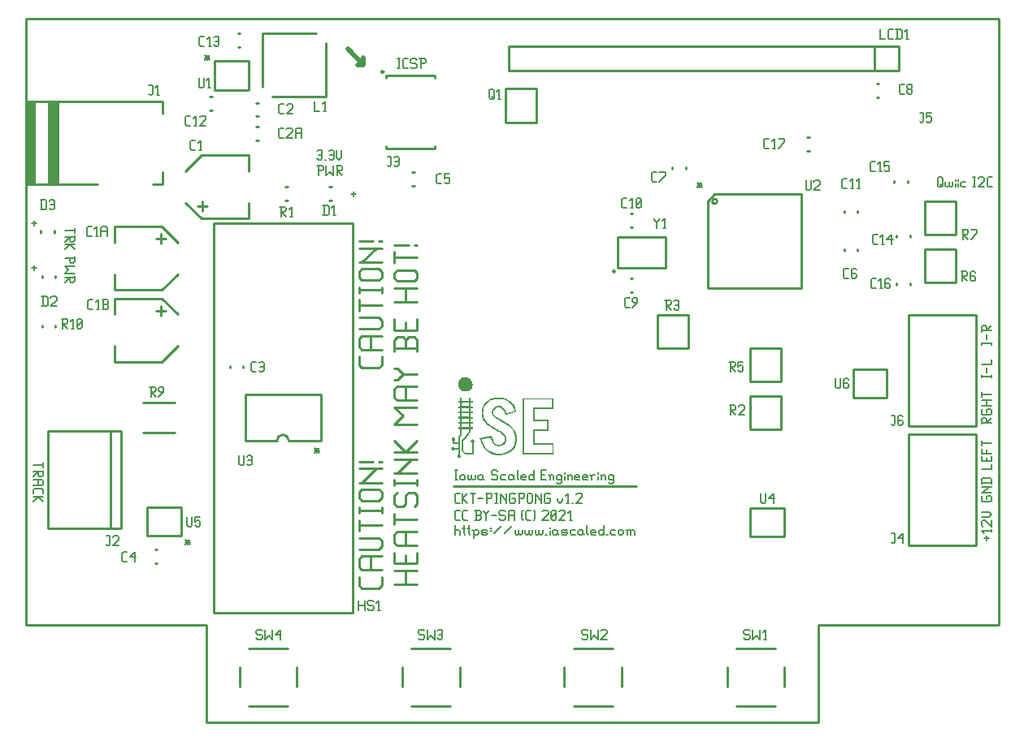
<source format=gbr>
G04 start of page 8 for group -4079 idx -4079 *
G04 Title: (unknown), topsilk *
G04 Creator: pcb 4.0.2 *
G04 CreationDate: Wed Jun 16 02:52:31 2021 UTC *
G04 For: railfan *
G04 Format: Gerber/RS-274X *
G04 PCB-Dimensions (mil): 4000.00 2900.00 *
G04 PCB-Coordinate-Origin: lower left *
%MOIN*%
%FSLAX25Y25*%
%LNTOPSILK*%
%ADD80C,0.0093*%
%ADD79C,0.0080*%
%ADD78C,0.0200*%
%ADD77C,0.0100*%
%ADD76C,0.0001*%
G54D76*G36*
X178043Y109209D02*X177647Y109480D01*
X177511Y109925D01*
X177565Y110240D01*
X177761Y110490D01*
X177891Y110604D01*
Y112486D01*
X177218D01*
X176741Y112481D01*
X176545Y112464D01*
X176453Y112340D01*
X176100Y112117D01*
X175672D01*
X175373Y112307D01*
X175189Y112600D01*
X175162Y112931D01*
X175270Y113224D01*
X175487Y113446D01*
X175802Y113566D01*
X176182Y113512D01*
X176491Y113273D01*
X176556Y113175D01*
X177224D01*
X177891Y113170D01*
Y114667D01*
X175558D01*
Y115400D01*
X175553Y116127D01*
X175455Y116197D01*
X175287Y116376D01*
X175178Y116593D01*
X175189Y117027D01*
X175373Y117315D01*
X175661Y117494D01*
X175997Y117526D01*
X176290Y117423D01*
X176513Y117201D01*
X176632Y116881D01*
X176578Y116506D01*
X176339Y116197D01*
X176242Y116127D01*
Y115351D01*
X177891D01*
Y117656D01*
X178357Y118248D01*
X178829Y118839D01*
Y120906D01*
X177918D01*
Y121693D01*
X182302D01*
Y123066D01*
X179486D01*
Y121693D01*
X178829D01*
Y123066D01*
X177918D01*
Y123825D01*
X178819D01*
Y125192D01*
X179502Y125219D01*
X179497Y124557D01*
X179491Y124086D01*
X179502Y123868D01*
X179567Y123858D01*
X179790Y123847D01*
X180224Y123841D01*
X180907Y123836D01*
X182302D01*
Y125219D01*
X179502D01*
X178819Y125192D01*
X177918D01*
Y125952D01*
X178829D01*
X179486Y125979D01*
X182302D01*
Y127352D01*
X179486D01*
Y125979D01*
X178829Y125952D01*
Y127324D01*
X177918D01*
Y128084D01*
X178819D01*
X178829Y129462D01*
X179486Y129505D01*
Y128827D01*
X179491Y128344D01*
X179508Y128127D01*
X179920Y128117D01*
X180907Y128111D01*
X182291D01*
X182296Y128800D01*
Y128816D01*
X182307Y129505D01*
X179486D01*
X178829Y129462D01*
X177918D01*
Y130222D01*
X178819D01*
Y131594D01*
X179502Y131648D01*
X179497Y130992D01*
X179491Y130515D01*
X179502Y130297D01*
X179567Y130287D01*
X179790Y130276D01*
X180224Y130270D01*
X180907Y130265D01*
X182307D01*
X182296Y130959D01*
X182291Y131648D01*
X179502D01*
X178819Y131594D01*
X177918D01*
Y132354D01*
X178829D01*
Y133596D01*
X179486D01*
Y132354D01*
X182302D01*
Y133596D01*
X182991D01*
Y132354D01*
X183902D01*
Y131594D01*
X182991D01*
Y130194D01*
X183902D01*
Y129435D01*
X182991D01*
Y128041D01*
X183902D01*
Y127281D01*
X182991D01*
Y125908D01*
X183902D01*
Y125149D01*
X182991D01*
Y123755D01*
X183902D01*
Y122995D01*
X182991D01*
Y121622D01*
X183902D01*
Y120836D01*
X182991D01*
X182985Y120250D01*
Y119658D01*
X181569Y117868D01*
X180148Y116083D01*
Y112074D01*
X181124Y111097D01*
X183544D01*
Y113219D01*
X183539Y114043D01*
Y114716D01*
X183533Y115172D01*
X183528Y115334D01*
X183403Y115427D01*
X183159Y115893D01*
X183294Y116409D01*
X183870Y116718D01*
X184472Y116447D01*
X184629Y115882D01*
X184331Y115372D01*
X184233Y115302D01*
Y110414D01*
X180842D01*
X179486Y111770D01*
Y116344D01*
X180896Y118123D01*
X182302Y119903D01*
Y120841D01*
X179486D01*
Y118503D01*
X178574Y117353D01*
Y110522D01*
X178640Y110490D01*
X178819Y110321D01*
X178949Y110088D01*
X178916Y109573D01*
X178569Y109193D01*
X178303Y109133D01*
X178043Y109144D01*
Y109209D01*
G37*
G36*
X193885Y110229D02*X192067Y110571D01*
X190483Y111293D01*
X189376Y112171D01*
X188432Y113278D01*
X187570Y114841D01*
X186924Y116696D01*
X186826Y117065D01*
X189246Y117581D01*
X190179Y117781D01*
X190955Y117944D01*
X191481Y118047D01*
X191682Y118080D01*
X191736Y117868D01*
X191785Y117618D01*
X191867Y117282D01*
X192230Y116257D01*
X192745Y115432D01*
X193391Y114824D01*
X194162Y114461D01*
X194400Y114418D01*
X194796Y114401D01*
X195187Y114418D01*
X195442Y114461D01*
X196462Y115047D01*
X197021Y116083D01*
X197075Y116712D01*
X197021Y117309D01*
X197623Y117483D01*
X197661Y116067D01*
X197303Y115117D01*
X196673Y114385D01*
X195816Y113924D01*
X194780Y113756D01*
X193451Y114059D01*
X192382Y114884D01*
X191590Y116127D01*
X191389Y116653D01*
X191243Y117157D01*
X191194Y117326D01*
X191145Y117342D01*
X190993Y117315D01*
X190635Y117239D01*
X190109Y117125D01*
X189479Y116989D01*
X188329Y116745D01*
X187792Y116626D01*
X187629Y116577D01*
Y116544D01*
X187678Y116360D01*
X187803Y115991D01*
X187949Y115584D01*
X188074Y115258D01*
X189072Y113479D01*
X190358Y112150D01*
X191932Y111282D01*
X193803Y110864D01*
X194199Y110853D01*
X194747D01*
X195295Y110869D01*
X195718Y110902D01*
X197048Y111157D01*
X198209Y111591D01*
X199109Y112123D01*
X199863Y112779D01*
X200466Y113560D01*
X200932Y114466D01*
X201160Y115161D01*
X201317Y115947D01*
X201366Y116902D01*
X201317Y117836D01*
X201090Y118823D01*
X200732Y119713D01*
X200211Y120532D01*
X199527Y121313D01*
X198827Y121959D01*
X198019Y122556D01*
X196945Y123217D01*
X195453Y124047D01*
X194308Y124682D01*
X193516Y125160D01*
X192963Y125561D01*
X192534Y125963D01*
X191986Y126749D01*
X191818Y127617D01*
X191964Y128659D01*
X192398Y129473D01*
X193103Y130037D01*
X194058Y130319D01*
X194639Y130336D01*
X195214Y130270D01*
X195984Y129977D01*
X196652Y129451D01*
X197227Y128686D01*
X197721Y127666D01*
X197807Y127466D01*
X197867Y127422D01*
X198030Y127471D01*
X198409Y127574D01*
X198919Y127726D01*
X199505Y127894D01*
X200081Y128062D01*
X200580Y128214D01*
X200938Y128317D01*
X201079Y128361D01*
X201052Y128485D01*
X200965Y128762D01*
X200840Y129104D01*
X200721Y129419D01*
X200043Y130634D01*
X199153Y131638D01*
X198079Y132413D01*
X196825Y132940D01*
X195068Y133243D01*
X193147Y133157D01*
X191400Y132696D01*
X190000Y131860D01*
X189300Y131133D01*
X188758Y130249D01*
X188389Y129223D01*
X188188Y128073D01*
X188161Y127297D01*
X188199Y126587D01*
X188438Y125605D01*
X188877Y124699D01*
X189517Y123858D01*
X190380Y123066D01*
X190922Y122659D01*
X191552Y122246D01*
X192355Y121769D01*
X193440Y121161D01*
X194167Y120760D01*
X194709Y120451D01*
X195133Y120196D01*
X195507Y119957D01*
X196939Y118747D01*
X197623Y117483D01*
X197021Y117309D01*
X196424Y118378D01*
X195165Y119425D01*
X194802Y119658D01*
X194395Y119903D01*
X193879Y120196D01*
X193185Y120575D01*
X191807Y121351D01*
X190792Y121980D01*
X190017Y122545D01*
X189360Y123125D01*
X188611Y123966D01*
X188074Y124850D01*
X187656Y126033D01*
X187526Y127346D01*
X187618Y128632D01*
X187911Y129831D01*
X188671Y131355D01*
X189832Y132538D01*
X191362Y133363D01*
X193234Y133802D01*
X194693Y133884D01*
X196077Y133759D01*
X197352Y133433D01*
X198491Y132907D01*
X199630Y132061D01*
X200569Y130976D01*
X201296Y129674D01*
X201789Y128171D01*
X201849Y127916D01*
X199647Y127276D01*
X198784Y127032D01*
X198079Y126831D01*
X197601Y126701D01*
X197422Y126657D01*
X197346Y126858D01*
X197118Y127460D01*
X196858Y128035D01*
X196098Y129104D01*
X195149Y129636D01*
X194514Y129701D01*
X193863Y129652D01*
X193006Y129180D01*
X192669Y128719D01*
X192485Y128122D01*
X192447Y127639D01*
X192485Y127227D01*
X192832Y126576D01*
X193559Y125908D01*
X193912Y125664D01*
X194351Y125388D01*
X194926Y125062D01*
X195697Y124639D01*
X196565Y124167D01*
X197248Y123782D01*
X197807Y123451D01*
X198285Y123142D01*
X199511Y122214D01*
X200477Y121226D01*
X201204Y120174D01*
X201692Y119034D01*
X201968Y117662D01*
X201974Y116230D01*
X201719Y114830D01*
X201209Y113566D01*
X200412Y112448D01*
X199370Y111537D01*
X198100Y110859D01*
X196635Y110414D01*
X195257Y110240D01*
X193885Y110235D01*
Y110229D01*
G37*
G36*
X204470Y122035D02*X205110Y122040D01*
X205104Y111141D01*
X216530D01*
Y114298D01*
X208756D01*
Y120819D01*
X214441D01*
Y123988D01*
X208756D01*
Y129771D01*
X216216D01*
Y132940D01*
X205121D01*
X205110Y122040D01*
X204470Y122035D01*
Y133564D01*
X216850D01*
Y129153D01*
X209390D01*
Y124633D01*
X215071D01*
Y120223D01*
X209407D01*
X209396Y117591D01*
X209390Y114960D01*
X217154D01*
Y110522D01*
X204470D01*
Y122035D01*
G37*
G36*
X180441Y136282D02*X179556Y136569D01*
X178791Y137128D01*
X178243Y137860D01*
X177956Y138723D01*
X177918Y139363D01*
X177999Y139982D01*
X178309Y140747D01*
X178829Y141398D01*
X179676Y141973D01*
X180647Y142216D01*
X181656Y142129D01*
X182600Y141702D01*
X183153Y141197D01*
X183577Y140579D01*
X183810Y139895D01*
X183880Y139168D01*
X183772Y138441D01*
X183506Y137768D01*
X183099Y137220D01*
X182584Y136775D01*
X181982Y136455D01*
X181331Y136282D01*
X180880Y136260D01*
X180441Y136282D01*
G37*
G54D77*X399500Y40500D02*Y289500D01*
X325500Y500D02*Y40500D01*
X399500D01*
X500Y289500D02*Y40500D01*
X399500Y289500D02*X500D01*
Y40500D02*X74500D01*
G54D78*X139000Y270500D02*Y273500D01*
Y270500D02*X136500D01*
G54D77*X74500Y40500D02*Y500D01*
X325500D01*
X176000Y97500D02*X251000D01*
G54D78*X132500Y277000D02*X139000Y270500D01*
G54D79*X153000Y273000D02*X154000D01*
X153500D02*Y269000D01*
X153000D02*X154000D01*
X155700D02*X157200D01*
X155200Y269500D02*X155700Y269000D01*
X155200Y272500D02*Y269500D01*
Y272500D02*X155700Y273000D01*
X157200D01*
X160400D02*X160900Y272500D01*
X158900Y273000D02*X160400D01*
X158400Y272500D02*X158900Y273000D01*
X158400Y272500D02*Y271500D01*
X158900Y271000D01*
X160400D01*
X160900Y270500D01*
Y269500D01*
X160400Y269000D02*X160900Y269500D01*
X158900Y269000D02*X160400D01*
X158400Y269500D02*X158900Y269000D01*
X162600Y273000D02*Y269000D01*
X162100Y273000D02*X164100D01*
X164600Y272500D01*
Y271500D01*
X164100Y271000D02*X164600Y271500D01*
X162600Y271000D02*X164100D01*
X120000Y235000D02*X120500Y235500D01*
X121500D01*
X122000Y235000D01*
Y232000D01*
X121500Y231500D02*X122000Y232000D01*
X120500Y231500D02*X121500D01*
X120000Y232000D02*X120500Y231500D01*
Y233500D02*X122000D01*
X123200Y231500D02*X123700D01*
X124900Y235000D02*X125400Y235500D01*
X126400D01*
X126900Y235000D01*
Y232000D01*
X126400Y231500D02*X126900Y232000D01*
X125400Y231500D02*X126400D01*
X124900Y232000D02*X125400Y231500D01*
Y233500D02*X126900D01*
X128100Y235500D02*Y232500D01*
X129100Y231500D01*
X130100Y232500D01*
Y235500D02*Y232500D01*
X120500Y229000D02*Y225000D01*
X120000Y229000D02*X122000D01*
X122500Y228500D01*
Y227500D01*
X122000Y227000D02*X122500Y227500D01*
X120500Y227000D02*X122000D01*
X123700Y229000D02*Y225000D01*
X125200Y226500D01*
X126700Y225000D01*
Y229000D02*Y225000D01*
X127900Y229000D02*X129900D01*
X130400Y228500D01*
Y227500D01*
X129900Y227000D02*X130400Y227500D01*
X128400Y227000D02*X129900D01*
X128400Y229000D02*Y225000D01*
Y227000D02*X130400Y225000D01*
X134000Y217500D02*X136000D01*
X135000Y218500D02*Y216500D01*
X74000Y274500D02*X76000Y272500D01*
X74000D02*X76000Y274500D01*
X74000Y273500D02*X76000D01*
X75000Y274500D02*Y272500D01*
X176500Y104000D02*X177500D01*
X177000D02*Y100000D01*
X176500D02*X177500D01*
X178700Y101500D02*Y100500D01*
Y101500D02*X179200Y102000D01*
X180200D01*
X180700Y101500D01*
Y100500D01*
X180200Y100000D02*X180700Y100500D01*
X179200Y100000D02*X180200D01*
X178700Y100500D02*X179200Y100000D01*
X181900Y102000D02*Y100500D01*
X182400Y100000D01*
X182900D01*
X183400Y100500D01*
Y102000D02*Y100500D01*
X183900Y100000D01*
X184400D01*
X184900Y100500D01*
Y102000D02*Y100500D01*
X187600Y102000D02*X188100Y101500D01*
X186600Y102000D02*X187600D01*
X186100Y101500D02*X186600Y102000D01*
X186100Y101500D02*Y100500D01*
X186600Y100000D01*
X188100Y102000D02*Y100500D01*
X188600Y100000D01*
X186600D02*X187600D01*
X188100Y100500D01*
X193600Y104000D02*X194100Y103500D01*
X192100Y104000D02*X193600D01*
X191600Y103500D02*X192100Y104000D01*
X191600Y103500D02*Y102500D01*
X192100Y102000D01*
X193600D01*
X194100Y101500D01*
Y100500D01*
X193600Y100000D02*X194100Y100500D01*
X192100Y100000D02*X193600D01*
X191600Y100500D02*X192100Y100000D01*
X195800Y102000D02*X197300D01*
X195300Y101500D02*X195800Y102000D01*
X195300Y101500D02*Y100500D01*
X195800Y100000D01*
X197300D01*
X200000Y102000D02*X200500Y101500D01*
X199000Y102000D02*X200000D01*
X198500Y101500D02*X199000Y102000D01*
X198500Y101500D02*Y100500D01*
X199000Y100000D01*
X200500Y102000D02*Y100500D01*
X201000Y100000D01*
X199000D02*X200000D01*
X200500Y100500D01*
X202200Y104000D02*Y100500D01*
X202700Y100000D01*
X204200D02*X205700D01*
X203700Y100500D02*X204200Y100000D01*
X203700Y101500D02*Y100500D01*
Y101500D02*X204200Y102000D01*
X205200D01*
X205700Y101500D01*
X203700Y101000D02*X205700D01*
Y101500D02*Y101000D01*
X208900Y104000D02*Y100000D01*
X208400D02*X208900Y100500D01*
X207400Y100000D02*X208400D01*
X206900Y100500D02*X207400Y100000D01*
X206900Y101500D02*Y100500D01*
Y101500D02*X207400Y102000D01*
X208400D01*
X208900Y101500D01*
X211900Y102000D02*X213400D01*
X211900Y100000D02*X213900D01*
X211900Y104000D02*Y100000D01*
Y104000D02*X213900D01*
X215600Y101500D02*Y100000D01*
Y101500D02*X216100Y102000D01*
X216600D01*
X217100Y101500D01*
Y100000D01*
X215100Y102000D02*X215600Y101500D01*
X219800Y102000D02*X220300Y101500D01*
X218800Y102000D02*X219800D01*
X218300Y101500D02*X218800Y102000D01*
X218300Y101500D02*Y100500D01*
X218800Y100000D01*
X219800D01*
X220300Y100500D01*
X218300Y99000D02*X218800Y98500D01*
X219800D01*
X220300Y99000D01*
Y102000D02*Y99000D01*
X221500Y103000D02*Y102500D01*
Y101500D02*Y100000D01*
X223000Y101500D02*Y100000D01*
Y101500D02*X223500Y102000D01*
X224000D01*
X224500Y101500D01*
Y100000D01*
X222500Y102000D02*X223000Y101500D01*
X226200Y100000D02*X227700D01*
X225700Y100500D02*X226200Y100000D01*
X225700Y101500D02*Y100500D01*
Y101500D02*X226200Y102000D01*
X227200D01*
X227700Y101500D01*
X225700Y101000D02*X227700D01*
Y101500D02*Y101000D01*
X229400Y100000D02*X230900D01*
X228900Y100500D02*X229400Y100000D01*
X228900Y101500D02*Y100500D01*
Y101500D02*X229400Y102000D01*
X230400D01*
X230900Y101500D01*
X228900Y101000D02*X230900D01*
Y101500D02*Y101000D01*
X232600Y101500D02*Y100000D01*
Y101500D02*X233100Y102000D01*
X234100D01*
X232100D02*X232600Y101500D01*
X235300Y103000D02*Y102500D01*
Y101500D02*Y100000D01*
X236800Y101500D02*Y100000D01*
Y101500D02*X237300Y102000D01*
X237800D01*
X238300Y101500D01*
Y100000D01*
X236300Y102000D02*X236800Y101500D01*
X241000Y102000D02*X241500Y101500D01*
X240000Y102000D02*X241000D01*
X239500Y101500D02*X240000Y102000D01*
X239500Y101500D02*Y100500D01*
X240000Y100000D01*
X241000D01*
X241500Y100500D01*
X239500Y99000D02*X240000Y98500D01*
X241000D01*
X241500Y99000D01*
Y102000D02*Y99000D01*
X177000Y83500D02*X178500D01*
X176500Y84000D02*X177000Y83500D01*
X176500Y87000D02*Y84000D01*
Y87000D02*X177000Y87500D01*
X178500D01*
X180200Y83500D02*X181700D01*
X179700Y84000D02*X180200Y83500D01*
X179700Y87000D02*Y84000D01*
Y87000D02*X180200Y87500D01*
X181700D01*
X184700Y83500D02*X186700D01*
X187200Y84000D01*
Y85000D02*Y84000D01*
X186700Y85500D02*X187200Y85000D01*
X185200Y85500D02*X186700D01*
X185200Y87500D02*Y83500D01*
X184700Y87500D02*X186700D01*
X187200Y87000D01*
Y86000D01*
X186700Y85500D02*X187200Y86000D01*
X188400Y87500D02*Y87000D01*
X189400Y86000D01*
X190400Y87000D01*
Y87500D02*Y87000D01*
X189400Y86000D02*Y83500D01*
X191600Y85500D02*X193600D01*
X196800Y87500D02*X197300Y87000D01*
X195300Y87500D02*X196800D01*
X194800Y87000D02*X195300Y87500D01*
X194800Y87000D02*Y86000D01*
X195300Y85500D01*
X196800D01*
X197300Y85000D01*
Y84000D01*
X196800Y83500D02*X197300Y84000D01*
X195300Y83500D02*X196800D01*
X194800Y84000D02*X195300Y83500D01*
X198500Y87000D02*Y83500D01*
Y87000D02*X199000Y87500D01*
X200500D01*
X201000Y87000D01*
Y83500D01*
X198500Y85500D02*X201000D01*
X204000Y84000D02*X204500Y83500D01*
X204000Y87000D02*X204500Y87500D01*
X204000Y87000D02*Y84000D01*
X206200Y83500D02*X207700D01*
X205700Y84000D02*X206200Y83500D01*
X205700Y87000D02*Y84000D01*
Y87000D02*X206200Y87500D01*
X207700D01*
X208900D02*X209400Y87000D01*
Y84000D01*
X208900Y83500D02*X209400Y84000D01*
X212400Y87000D02*X212900Y87500D01*
X214400D01*
X214900Y87000D01*
Y86000D01*
X212400Y83500D02*X214900Y86000D01*
X212400Y83500D02*X214900D01*
X216100Y84000D02*X216600Y83500D01*
X216100Y87000D02*Y84000D01*
Y87000D02*X216600Y87500D01*
X217600D01*
X218100Y87000D01*
Y84000D01*
X217600Y83500D02*X218100Y84000D01*
X216600Y83500D02*X217600D01*
X216100Y84500D02*X218100Y86500D01*
X219300Y87000D02*X219800Y87500D01*
X221300D01*
X221800Y87000D01*
Y86000D01*
X219300Y83500D02*X221800Y86000D01*
X219300Y83500D02*X221800D01*
X223500D02*X224500D01*
X224000Y87500D02*Y83500D01*
X223000Y86500D02*X224000Y87500D01*
G54D80*X146600Y60140D02*Y56660D01*
X145440Y55500D02*X146600Y56660D01*
X138480Y55500D02*X145440D01*
X138480D02*X137320Y56660D01*
Y60140D02*Y56660D01*
X138480Y62924D02*X146600D01*
X138480D02*X137320Y64084D01*
Y67564D02*Y64084D01*
Y67564D02*X138480Y68724D01*
X146600D01*
X141960D02*Y62924D01*
X137320Y71508D02*X145440D01*
X146600Y72668D01*
Y74988D02*Y72668D01*
Y74988D02*X145440Y76148D01*
X137320D02*X145440D01*
X137320Y83572D02*Y78932D01*
Y81252D02*X146600D01*
X137320Y88676D02*Y86356D01*
Y87516D02*X146600D01*
Y88676D02*Y86356D01*
X138480Y91460D02*X145440D01*
X138480D02*X137320Y92620D01*
Y94940D02*Y92620D01*
Y94940D02*X138480Y96100D01*
X145440D01*
X146600Y94940D02*X145440Y96100D01*
X146600Y94940D02*Y92620D01*
X145440Y91460D02*X146600Y92620D01*
X137320Y98884D02*X146600D01*
X137320D02*X138480D01*
X144280Y104684D01*
X137320D02*X146600D01*
X145440Y107468D02*X146600D01*
X137320D02*X143120D01*
G54D79*X177000Y90500D02*X178500D01*
X176500Y91000D02*X177000Y90500D01*
X176500Y94000D02*Y91000D01*
Y94000D02*X177000Y94500D01*
X178500D01*
X179700D02*Y90500D01*
Y92500D02*X181700Y94500D01*
X179700Y92500D02*X181700Y90500D01*
X182900Y94500D02*X184900D01*
X183900D02*Y90500D01*
X186100Y92500D02*X188100D01*
X189800Y94500D02*Y90500D01*
X189300Y94500D02*X191300D01*
X191800Y94000D01*
Y93000D01*
X191300Y92500D02*X191800Y93000D01*
X189800Y92500D02*X191300D01*
X193000Y94500D02*X194000D01*
X193500D02*Y90500D01*
X193000D02*X194000D01*
X195200Y94500D02*Y90500D01*
Y94500D02*Y94000D01*
X197700Y91500D01*
Y94500D02*Y90500D01*
X200900Y94500D02*X201400Y94000D01*
X199400Y94500D02*X200900D01*
X198900Y94000D02*X199400Y94500D01*
X198900Y94000D02*Y91000D01*
X199400Y90500D01*
X200900D01*
X201400Y91000D01*
Y92000D02*Y91000D01*
X200900Y92500D02*X201400Y92000D01*
X199900Y92500D02*X200900D01*
X203100Y94500D02*Y90500D01*
X202600Y94500D02*X204600D01*
X205100Y94000D01*
Y93000D01*
X204600Y92500D02*X205100Y93000D01*
X203100Y92500D02*X204600D01*
X206300Y94000D02*Y91000D01*
Y94000D02*X206800Y94500D01*
X207800D01*
X208300Y94000D01*
Y91000D01*
X207800Y90500D02*X208300Y91000D01*
X206800Y90500D02*X207800D01*
X206300Y91000D02*X206800Y90500D01*
X209500Y94500D02*Y90500D01*
Y94500D02*Y94000D01*
X212000Y91500D01*
Y94500D02*Y90500D01*
X215200Y94500D02*X215700Y94000D01*
X213700Y94500D02*X215200D01*
X213200Y94000D02*X213700Y94500D01*
X213200Y94000D02*Y91000D01*
X213700Y90500D01*
X215200D01*
X215700Y91000D01*
Y92000D02*Y91000D01*
X215200Y92500D02*X215700Y92000D01*
X214200Y92500D02*X215200D01*
X218700D02*Y91500D01*
X219700Y90500D01*
X220700Y91500D01*
Y92500D02*Y91500D01*
X222400Y90500D02*X223400D01*
X222900Y94500D02*Y90500D01*
X221900Y93500D02*X222900Y94500D01*
X224600Y90500D02*X225100D01*
X226300Y94000D02*X226800Y94500D01*
X228300D01*
X228800Y94000D01*
Y93000D01*
X226300Y90500D02*X228800Y93000D01*
X226300Y90500D02*X228800D01*
X7500Y107000D02*Y105000D01*
X3500Y106000D02*X7500D01*
Y103800D02*Y101800D01*
X7000Y101300D01*
X6000D02*X7000D01*
X5500Y101800D02*X6000Y101300D01*
X5500Y103300D02*Y101800D01*
X3500Y103300D02*X7500D01*
X5500D02*X3500Y101300D01*
Y100100D02*X7000D01*
X7500Y99600D01*
Y98100D01*
X7000Y97600D01*
X3500D02*X7000D01*
X5500Y100100D02*Y97600D01*
X3500Y95900D02*Y94400D01*
X4000Y96400D02*X3500Y95900D01*
X4000Y96400D02*X7000D01*
X7500Y95900D01*
Y94400D01*
X3500Y93200D02*X7500D01*
X5500D02*X7500Y91200D01*
X5500Y93200D02*X3500Y91200D01*
X119000Y113000D02*X121000Y111000D01*
X119000D02*X121000Y113000D01*
X119000Y112000D02*X121000D01*
X120000Y113000D02*Y111000D01*
G54D80*X146600Y150640D02*Y147160D01*
X145440Y146000D02*X146600Y147160D01*
X138480Y146000D02*X145440D01*
X138480D02*X137320Y147160D01*
Y150640D02*Y147160D01*
X138480Y153424D02*X146600D01*
X138480D02*X137320Y154584D01*
Y158064D02*Y154584D01*
Y158064D02*X138480Y159224D01*
X146600D01*
X141960D02*Y153424D01*
X137320Y162008D02*X145440D01*
X146600Y163168D01*
Y165488D02*Y163168D01*
Y165488D02*X145440Y166648D01*
X137320D02*X145440D01*
X137320Y174072D02*Y169432D01*
Y171752D02*X146600D01*
X137320Y179176D02*Y176856D01*
Y178016D02*X146600D01*
Y179176D02*Y176856D01*
X138480Y181960D02*X145440D01*
X138480D02*X137320Y183120D01*
Y185440D02*Y183120D01*
Y185440D02*X138480Y186600D01*
X145440D01*
X146600Y185440D02*X145440Y186600D01*
X146600Y185440D02*Y183120D01*
X145440Y181960D02*X146600Y183120D01*
X137320Y189384D02*X146600D01*
X137320D02*X138480D01*
X144280Y195184D01*
X137320D02*X146600D01*
X145440Y197968D02*X146600D01*
X137320D02*X143120D01*
G54D79*X3000Y187000D02*X5000D01*
X4000Y188000D02*Y186000D01*
X66000Y75500D02*X68000Y73500D01*
X66000D02*X68000Y75500D01*
X66000Y74500D02*X68000D01*
X67000Y75500D02*Y73500D01*
G54D80*X151820Y57000D02*X161100D01*
X151820Y62800D02*X161100D01*
X156460D02*Y57000D01*
Y69064D02*Y65584D01*
X161100Y70224D02*Y65584D01*
X151820D02*X161100D01*
X151820Y70224D02*Y65584D01*
X152980Y73008D02*X161100D01*
X152980D02*X151820Y74168D01*
Y77648D02*Y74168D01*
Y77648D02*X152980Y78808D01*
X161100D01*
X156460D02*Y73008D01*
X151820Y86232D02*Y81592D01*
Y83912D02*X161100D01*
X151820Y93656D02*X152980Y94816D01*
X151820Y93656D02*Y90176D01*
X152980Y89016D02*X151820Y90176D01*
X152980Y89016D02*X155300D01*
X156460Y90176D01*
Y93656D02*Y90176D01*
Y93656D02*X157620Y94816D01*
X159940D01*
X161100Y93656D02*X159940Y94816D01*
X161100Y93656D02*Y90176D01*
X159940Y89016D02*X161100Y90176D01*
X151820Y99920D02*Y97600D01*
Y98760D02*X161100D01*
Y99920D02*Y97600D01*
X151820Y102704D02*X161100D01*
X151820D02*X152980D01*
X158780Y108504D01*
X151820D02*X161100D01*
X151820Y111288D02*X161100D01*
X156460D02*X151820Y115928D01*
X156460Y111288D02*X161100Y115928D01*
X151820Y122888D02*X161100D01*
X151820D02*X155300Y126368D01*
X151820Y129848D01*
X161100D01*
X152980Y132632D02*X161100D01*
X152980D02*X151820Y133792D01*
Y137272D02*Y133792D01*
Y137272D02*X152980Y138432D01*
X161100D01*
X156460D02*Y132632D01*
X151820Y141216D02*X152980D01*
X155300Y143536D01*
X152980Y145856D01*
X151820D02*X152980D01*
X155300Y143536D02*X161100D01*
Y157456D02*Y152816D01*
Y157456D02*X159940Y158616D01*
X157620D02*X159940D01*
X156460Y157456D02*X157620Y158616D01*
X156460Y157456D02*Y153976D01*
X151820D02*X161100D01*
X151820Y157456D02*Y152816D01*
Y157456D02*X152980Y158616D01*
X155300D01*
X156460Y157456D02*X155300Y158616D01*
X156460Y164880D02*Y161400D01*
X161100Y166040D02*Y161400D01*
X151820D02*X161100D01*
X151820Y166040D02*Y161400D01*
Y173000D02*X161100D01*
X151820Y178800D02*X161100D01*
X156460D02*Y173000D01*
X152980Y181584D02*X159940D01*
X152980D02*X151820Y182744D01*
Y185064D02*Y182744D01*
Y185064D02*X152980Y186224D01*
X159940D01*
X161100Y185064D02*X159940Y186224D01*
X161100Y185064D02*Y182744D01*
X159940Y181584D02*X161100Y182744D01*
X151820Y193648D02*Y189008D01*
Y191328D02*X161100D01*
X159940Y196432D02*X161100D01*
X151820D02*X157620D01*
G54D79*X20500Y203500D02*Y201500D01*
X16500Y202500D02*X20500D01*
Y200300D02*Y198300D01*
X20000Y197800D01*
X19000D02*X20000D01*
X18500Y198300D02*X19000Y197800D01*
X18500Y199800D02*Y198300D01*
X16500Y199800D02*X20500D01*
X18500D02*X16500Y197800D01*
Y196600D02*X20500D01*
X18500D02*X20500Y194600D01*
X18500Y196600D02*X16500Y194600D01*
Y191100D02*X20500D01*
Y191600D02*Y189600D01*
X20000Y189100D01*
X19000D02*X20000D01*
X18500Y189600D02*X19000Y189100D01*
X18500Y191100D02*Y189600D01*
X16500Y187900D02*X20500D01*
X16500D02*X18000Y186400D01*
X16500Y184900D01*
X20500D01*
Y183700D02*Y181700D01*
X20000Y181200D01*
X19000D02*X20000D01*
X18500Y181700D02*X19000Y181200D01*
X18500Y183200D02*Y181700D01*
X16500Y183200D02*X20500D01*
X18500D02*X16500Y181200D01*
X3000Y205500D02*X5000D01*
X4000Y206500D02*Y204500D01*
X276000Y222000D02*X278000Y220000D01*
X276000D02*X278000Y222000D01*
X276000Y221000D02*X278000D01*
X277000Y222000D02*Y220000D01*
X176500Y81500D02*Y77500D01*
Y79000D02*X177000Y79500D01*
X178000D01*
X178500Y79000D01*
Y77500D01*
X180200Y81500D02*Y78000D01*
X180700Y77500D01*
X179700Y80000D02*X180700D01*
X182200Y81500D02*Y78000D01*
X182700Y77500D01*
X181700Y80000D02*X182700D01*
X184200Y79000D02*Y76000D01*
X183700Y79500D02*X184200Y79000D01*
X184700Y79500D01*
X185700D01*
X186200Y79000D01*
Y78000D01*
X185700Y77500D02*X186200Y78000D01*
X184700Y77500D02*X185700D01*
X184200Y78000D02*X184700Y77500D01*
X187900D02*X189400D01*
X189900Y78000D01*
X189400Y78500D02*X189900Y78000D01*
X187900Y78500D02*X189400D01*
X187400Y79000D02*X187900Y78500D01*
X187400Y79000D02*X187900Y79500D01*
X189400D01*
X189900Y79000D01*
X187400Y78000D02*X187900Y77500D01*
X191100Y80000D02*X191600D01*
X191100Y79000D02*X191600D01*
X192800Y78000D02*X195800Y81000D01*
X197000Y78000D02*X200000Y81000D01*
X201200Y79500D02*Y78000D01*
X201700Y77500D01*
X202200D01*
X202700Y78000D01*
Y79500D02*Y78000D01*
X203200Y77500D01*
X203700D01*
X204200Y78000D01*
Y79500D02*Y78000D01*
X205400Y79500D02*Y78000D01*
X205900Y77500D01*
X206400D01*
X206900Y78000D01*
Y79500D02*Y78000D01*
X207400Y77500D01*
X207900D01*
X208400Y78000D01*
Y79500D02*Y78000D01*
X209600Y79500D02*Y78000D01*
X210100Y77500D01*
X210600D01*
X211100Y78000D01*
Y79500D02*Y78000D01*
X211600Y77500D01*
X212100D01*
X212600Y78000D01*
Y79500D02*Y78000D01*
X213800Y77500D02*X214300D01*
X215500Y80500D02*Y80000D01*
Y79000D02*Y77500D01*
X218000Y79500D02*X218500Y79000D01*
X217000Y79500D02*X218000D01*
X216500Y79000D02*X217000Y79500D01*
X216500Y79000D02*Y78000D01*
X217000Y77500D01*
X218500Y79500D02*Y78000D01*
X219000Y77500D01*
X217000D02*X218000D01*
X218500Y78000D01*
X220700Y77500D02*X222200D01*
X222700Y78000D01*
X222200Y78500D02*X222700Y78000D01*
X220700Y78500D02*X222200D01*
X220200Y79000D02*X220700Y78500D01*
X220200Y79000D02*X220700Y79500D01*
X222200D01*
X222700Y79000D01*
X220200Y78000D02*X220700Y77500D01*
X224400Y79500D02*X225900D01*
X223900Y79000D02*X224400Y79500D01*
X223900Y79000D02*Y78000D01*
X224400Y77500D01*
X225900D01*
X228600Y79500D02*X229100Y79000D01*
X227600Y79500D02*X228600D01*
X227100Y79000D02*X227600Y79500D01*
X227100Y79000D02*Y78000D01*
X227600Y77500D01*
X229100Y79500D02*Y78000D01*
X229600Y77500D01*
X227600D02*X228600D01*
X229100Y78000D01*
X230800Y81500D02*Y78000D01*
X231300Y77500D01*
X232800D02*X234300D01*
X232300Y78000D02*X232800Y77500D01*
X232300Y79000D02*Y78000D01*
Y79000D02*X232800Y79500D01*
X233800D01*
X234300Y79000D01*
X232300Y78500D02*X234300D01*
Y79000D02*Y78500D01*
X237500Y81500D02*Y77500D01*
X237000D02*X237500Y78000D01*
X236000Y77500D02*X237000D01*
X235500Y78000D02*X236000Y77500D01*
X235500Y79000D02*Y78000D01*
Y79000D02*X236000Y79500D01*
X237000D01*
X237500Y79000D01*
X238700Y77500D02*X239200D01*
X240900Y79500D02*X242400D01*
X240400Y79000D02*X240900Y79500D01*
X240400Y79000D02*Y78000D01*
X240900Y77500D01*
X242400D01*
X243600Y79000D02*Y78000D01*
Y79000D02*X244100Y79500D01*
X245100D01*
X245600Y79000D01*
Y78000D01*
X245100Y77500D02*X245600Y78000D01*
X244100Y77500D02*X245100D01*
X243600Y78000D02*X244100Y77500D01*
X247300Y79000D02*Y77500D01*
Y79000D02*X247800Y79500D01*
X248300D01*
X248800Y79000D01*
Y77500D01*
Y79000D02*X249300Y79500D01*
X249800D01*
X250300Y79000D01*
Y77500D01*
X246800Y79500D02*X247300Y79000D01*
X374600Y223800D02*Y220800D01*
Y223800D02*X375100Y224300D01*
X376100D01*
X376600Y223800D01*
Y220800D01*
X376100Y220300D02*X376600Y220800D01*
X375100Y220300D02*X376100D01*
X374600Y220800D02*X375100Y220300D01*
X375600Y221300D02*X376600Y220300D01*
X377800Y222300D02*Y220800D01*
X378300Y220300D01*
X378800D01*
X379300Y220800D01*
Y222300D02*Y220800D01*
X379800Y220300D01*
X380300D01*
X380800Y220800D01*
Y222300D02*Y220800D01*
X382000Y223300D02*Y222800D01*
Y221800D02*Y220300D01*
X383000Y223300D02*Y222800D01*
Y221800D02*Y220300D01*
X384500Y222300D02*X386000D01*
X384000Y221800D02*X384500Y222300D01*
X384000Y221800D02*Y220800D01*
X384500Y220300D01*
X386000D01*
X389000Y224300D02*X390000D01*
X389500D02*Y220300D01*
X389000D02*X390000D01*
X391200Y223800D02*X391700Y224300D01*
X393200D01*
X393700Y223800D01*
Y222800D01*
X391200Y220300D02*X393700Y222800D01*
X391200Y220300D02*X393700D01*
X395400D02*X396900D01*
X394900Y220800D02*X395400Y220300D01*
X394900Y223800D02*Y220800D01*
Y223800D02*X395400Y224300D01*
X396900D01*
X394500Y77000D02*Y75000D01*
X393500Y76000D02*X395500D01*
X396500Y79700D02*Y78700D01*
X392500Y79200D02*X396500D01*
X393500Y78200D02*X392500Y79200D01*
X393000Y80900D02*X392500Y81400D01*
Y82900D02*Y81400D01*
Y82900D02*X393000Y83400D01*
X394000D01*
X396500Y80900D02*X394000Y83400D01*
X396500D02*Y80900D01*
X392500Y84600D02*X395500D01*
X396500Y85600D01*
X395500Y86600D01*
X392500D02*X395500D01*
X392500Y93000D02*X393000Y93500D01*
X392500Y93000D02*Y91500D01*
X393000Y91000D02*X392500Y91500D01*
X393000Y91000D02*X396000D01*
X396500Y91500D01*
Y93000D02*Y91500D01*
Y93000D02*X396000Y93500D01*
X395000D02*X396000D01*
X394500Y93000D02*X395000Y93500D01*
X394500Y93000D02*Y92000D01*
X392500Y94700D02*X396500D01*
X392500D02*X393000D01*
X395500Y97200D01*
X392500D02*X396500D01*
X392500Y98900D02*X396500D01*
X392500Y100400D02*X393000Y100900D01*
X396000D01*
X396500Y100400D02*X396000Y100900D01*
X396500Y100400D02*Y98400D01*
X392500Y100400D02*Y98400D01*
Y104500D02*X396500D01*
Y106500D02*Y104500D01*
X394500Y109200D02*Y107700D01*
X396500Y109700D02*Y107700D01*
X392500D02*X396500D01*
X392500Y109700D02*Y107700D01*
Y110900D02*X396500D01*
X392500Y112900D02*Y110900D01*
X394500Y112400D02*Y110900D01*
X392500Y116100D02*Y114100D01*
Y115100D02*X396500D01*
X392500Y125000D02*Y123000D01*
Y125000D02*X393000Y125500D01*
X394000D01*
X394500Y125000D02*X394000Y125500D01*
X394500Y125000D02*Y123500D01*
X392500D02*X396500D01*
X394500D02*X396500Y125500D01*
X392500Y128700D02*X393000Y129200D01*
X392500Y128700D02*Y127200D01*
X393000Y126700D02*X392500Y127200D01*
X393000Y126700D02*X396000D01*
X396500Y127200D01*
Y128700D02*Y127200D01*
Y128700D02*X396000Y129200D01*
X395000D02*X396000D01*
X394500Y128700D02*X395000Y129200D01*
X394500Y128700D02*Y127700D01*
X392500Y130400D02*X396500D01*
X392500Y132900D02*X396500D01*
X394500D02*Y130400D01*
X392500Y136100D02*Y134100D01*
Y135100D02*X396500D01*
X392500Y143000D02*Y142000D01*
Y142500D02*X396500D01*
Y143000D02*Y142000D01*
X394500Y146200D02*Y144200D01*
X392500Y147400D02*X396500D01*
Y149400D02*Y147400D01*
X392500Y156500D02*Y155500D01*
Y156000D02*X396500D01*
Y156500D02*Y155500D01*
X394500Y159700D02*Y157700D01*
X392500Y162900D02*Y160900D01*
Y162900D02*X393000Y163400D01*
X394000D01*
X394500Y162900D02*X394000Y163400D01*
X394500Y162900D02*Y161400D01*
X392500D02*X396500D01*
X394500D02*X396500Y163400D01*
G54D77*X349564Y262755D02*X350350D01*
X349564Y257245D02*X350350D01*
X321107Y240755D02*X321893D01*
X321107Y235245D02*X321893D01*
X336245Y194893D02*Y194107D01*
X341755Y194893D02*Y194107D01*
Y210393D02*Y209607D01*
X336245Y210393D02*Y209607D01*
X369401Y181010D02*X381999D01*
X369401Y194790D02*Y181010D01*
Y194790D02*X381999D01*
Y181010D01*
X369401Y200610D02*X381999D01*
X369401Y214390D02*Y200610D01*
Y214390D02*X381999D01*
Y200610D01*
X363255Y200493D02*Y199707D01*
X357745Y200493D02*Y199707D01*
X356745Y222893D02*Y222107D01*
X362255Y222893D02*Y222107D01*
X357745Y180893D02*Y180107D01*
X363255Y180893D02*Y180107D01*
X6745Y202350D02*Y201564D01*
X12255Y202350D02*Y201564D01*
X30000Y221500D02*X500D01*
Y255500D01*
X56500D01*
Y250500D01*
X52500Y221500D02*X56500D01*
Y226500D01*
X500Y221500D02*Y255500D01*
X1000Y221500D02*Y255500D01*
X1500Y221500D02*Y255500D01*
X2000Y221500D02*Y255500D01*
X2500Y221500D02*Y255500D01*
X3000Y221500D02*Y255500D01*
X3500Y221500D02*Y255500D01*
X4000Y221500D02*Y255500D01*
X13500Y221500D02*Y255500D01*
X13000Y221500D02*Y255500D01*
X12500Y221500D02*Y255500D01*
X12000Y221500D02*Y255500D01*
X11500Y221500D02*Y255500D01*
X11000Y221500D02*Y255500D01*
X10500Y221500D02*Y255500D01*
X10000Y221500D02*Y255500D01*
X91992Y213804D02*Y207308D01*
Y233292D02*Y226796D01*
X72504Y233292D02*X91992D01*
X72504Y207308D02*X91992D01*
X72504Y233292D02*X66008Y226796D01*
X72504Y207308D02*X66008Y213804D01*
X73000Y214300D02*Y210300D01*
X71000Y212300D02*X75000D01*
X95107Y249345D02*X95893D01*
X95107Y254855D02*X95893D01*
X76107Y257255D02*X76893D01*
X76107Y251745D02*X76893D01*
X78100Y272000D02*X92000D01*
X78100D02*Y260200D01*
X92000D01*
Y272000D02*Y260200D01*
X95107Y239445D02*X95893D01*
X95107Y244955D02*X95893D01*
X159064Y226255D02*X159850D01*
X159064Y220745D02*X159850D01*
X148360Y266100D02*X168360D01*
X148360Y236100D02*X168360D01*
Y266100D02*Y265100D01*
Y237100D02*Y236100D01*
X148360Y237100D02*Y236100D01*
Y266100D02*Y265100D01*
X146360Y267600D02*G75*G03X146360Y267600I500J0D01*G01*
X97550Y283450D02*Y261450D01*
Y283450D02*X119550D01*
X123550Y279450D02*Y257450D01*
X101550D02*X123550D01*
X87607Y283255D02*X88393D01*
X87607Y277745D02*X88393D01*
X121500Y135000D02*Y116000D01*
X90500Y135000D02*X121500D01*
X90500D02*Y116000D01*
X108500D02*X121500D01*
X90500D02*X103500D01*
X108500D02*G75*G03X103500Y116000I-2500J0D01*G01*
X107064Y220255D02*X107850D01*
X107064Y214745D02*X107850D01*
X89755Y146893D02*Y146107D01*
X84245Y146893D02*Y146107D01*
X125107Y220255D02*X125893D01*
X125107Y214745D02*X125893D01*
X7245Y163393D02*Y162607D01*
X12755Y163393D02*Y162607D01*
X7245Y183893D02*Y183107D01*
X12755Y183893D02*Y183107D01*
X48500Y119400D02*X61500D01*
X48500Y131600D02*X61500D01*
X225426Y7189D02*X241174D01*
X221489Y22937D02*Y15063D01*
X225426Y30811D02*X241174D01*
X245111Y22937D02*Y15063D01*
X92126Y7189D02*X107874D01*
X88189Y22937D02*Y15063D01*
X92126Y30811D02*X107874D01*
X111811Y22937D02*Y15063D01*
X158826Y7189D02*X174574D01*
X154889Y22937D02*Y15063D01*
X158826Y30811D02*X174574D01*
X178511Y22937D02*Y15063D01*
X53607Y65745D02*X54393D01*
X53607Y71255D02*X54393D01*
X9700Y120000D02*Y80000D01*
X39700Y120000D02*Y80000D01*
X35300Y120000D02*Y80000D01*
X9700Y120000D02*X39700D01*
X9700Y80000D02*X39700D01*
X37008Y174492D02*Y167996D01*
Y155004D02*Y148508D01*
X56496D01*
X37008Y174492D02*X56496D01*
Y148508D02*X62992Y155004D01*
X56496Y174492D02*X62992Y167996D01*
X56000Y171500D02*Y167500D01*
X54000Y169500D02*X58000D01*
X37008Y203992D02*Y197496D01*
Y184504D02*Y178008D01*
X56496D01*
X37008Y203992D02*X56496D01*
Y178008D02*X62992Y184504D01*
X56496Y203992D02*X62992Y197496D01*
X56000Y201000D02*Y197000D01*
X54000Y199000D02*X58000D01*
X50400Y88800D02*X64300D01*
X50400D02*Y77000D01*
X64300D01*
Y88800D02*Y77000D01*
X77500Y205500D02*Y45500D01*
X134500Y205500D02*Y45500D01*
X77500D02*X134500D01*
X77500Y205500D02*X134500D01*
X292126Y7189D02*X307874D01*
X288189Y22937D02*Y15063D01*
X292126Y30811D02*X307874D01*
X311811Y22937D02*Y15063D01*
X297701Y134390D02*X310299D01*
Y120610D01*
X297701D02*X310299D01*
X297701Y134390D02*Y120610D01*
X297600Y76600D02*X311500D01*
Y88400D02*Y76600D01*
X297600Y88400D02*X311500D01*
X297600D02*Y76600D01*
X390173Y118834D02*Y73165D01*
X362614Y118834D02*X390173D01*
X362614D02*Y73165D01*
X390173D01*
Y167834D02*Y122165D01*
X362614Y167834D02*X390173D01*
X362614D02*Y122165D01*
X390173D01*
X297701Y154190D02*X310299D01*
Y140410D01*
X297701D02*X310299D01*
X297701Y154190D02*Y140410D01*
X339900Y133600D02*X353800D01*
Y145400D02*Y133600D01*
X339900Y145400D02*X353800D01*
X339900D02*Y133600D01*
X198500Y278000D02*X358500D01*
X198500D02*Y268000D01*
X358500D01*
Y278000D02*Y268000D01*
X348500Y278000D02*Y268000D01*
X358500D01*
X248607Y203745D02*X249393D01*
X248607Y209255D02*X249393D01*
X197200Y260800D02*Y246900D01*
X210000D01*
Y260800D01*
X197200D01*
X248521Y182755D02*X249307D01*
X248521Y177245D02*X249307D01*
X243374Y199771D02*Y187173D01*
Y199771D02*X263060D01*
Y187173D01*
X243374D02*X263060D01*
X241874Y185173D02*G75*G03X241874Y185173I0J500D01*G01*
X259701Y167890D02*X272299D01*
Y154110D01*
X259701D01*
Y167890D01*
X283115Y217285D02*X318785D01*
Y178715D01*
X280215D02*X318785D01*
X280215Y214385D02*Y178715D01*
Y214385D02*X283115Y217285D01*
X282115Y214385D02*G75*G03X282115Y214385I1000J0D01*G01*
X265745Y228393D02*Y227607D01*
X271255Y228393D02*Y227607D01*
G54D79*X367200Y250900D02*X368700D01*
Y247400D01*
X368200Y246900D02*X368700Y247400D01*
X367700Y246900D02*X368200D01*
X367200Y247400D02*X367700Y246900D01*
X369900Y250900D02*X371900D01*
X369900D02*Y248900D01*
X370400Y249400D01*
X371400D01*
X371900Y248900D01*
Y247400D01*
X371400Y246900D02*X371900Y247400D01*
X370400Y246900D02*X371400D01*
X369900Y247400D02*X370400Y246900D01*
X359406Y258418D02*X360906D01*
X358906Y258918D02*X359406Y258418D01*
X358906Y261918D02*Y258918D01*
Y261918D02*X359406Y262418D01*
X360906D01*
X362106Y258918D02*X362606Y258418D01*
X362106Y259918D02*Y258918D01*
Y259918D02*X362606Y260418D01*
X363606D01*
X364106Y259918D01*
Y258918D01*
X363606Y258418D02*X364106Y258918D01*
X362606Y258418D02*X363606D01*
X362106Y260918D02*X362606Y260418D01*
X362106Y261918D02*Y260918D01*
Y261918D02*X362606Y262418D01*
X363606D01*
X364106Y261918D01*
Y260918D01*
X363606Y260418D02*X364106Y260918D01*
X351000Y285000D02*Y281000D01*
X353000D01*
X354700D02*X356200D01*
X354200Y281500D02*X354700Y281000D01*
X354200Y284500D02*Y281500D01*
Y284500D02*X354700Y285000D01*
X356200D01*
X357900D02*Y281000D01*
X359400Y285000D02*X359900Y284500D01*
Y281500D01*
X359400Y281000D02*X359900Y281500D01*
X357400Y281000D02*X359400D01*
X357400Y285000D02*X359400D01*
X361600Y281000D02*X362600D01*
X362100Y285000D02*Y281000D01*
X361100Y284000D02*X362100Y285000D01*
X40500Y66400D02*X42000D01*
X40000Y66900D02*X40500Y66400D01*
X40000Y69900D02*Y66900D01*
Y69900D02*X40500Y70400D01*
X42000D01*
X43200Y68400D02*X45200Y70400D01*
X43200Y68400D02*X45700D01*
X45200Y70400D02*Y66400D01*
X33500Y77000D02*X35000D01*
Y73500D01*
X34500Y73000D02*X35000Y73500D01*
X34000Y73000D02*X34500D01*
X33500Y73500D02*X34000Y73000D01*
X36200Y76500D02*X36700Y77000D01*
X38200D01*
X38700Y76500D01*
Y75500D01*
X36200Y73000D02*X38700Y75500D01*
X36200Y73000D02*X38700D01*
X66800Y84900D02*Y81400D01*
X67300Y80900D01*
X68300D01*
X68800Y81400D01*
Y84900D02*Y81400D01*
X70000Y84900D02*X72000D01*
X70000D02*Y82900D01*
X70500Y83400D01*
X71500D01*
X72000Y82900D01*
Y81400D01*
X71500Y80900D02*X72000Y81400D01*
X70500Y80900D02*X71500D01*
X70000Y81400D02*X70500Y80900D01*
X68500Y235500D02*X70000D01*
X68000Y236000D02*X68500Y235500D01*
X68000Y239000D02*Y236000D01*
Y239000D02*X68500Y239500D01*
X70000D01*
X71700Y235500D02*X72700D01*
X72200Y239500D02*Y235500D01*
X71200Y238500D02*X72200Y239500D01*
X66550Y245507D02*X68050D01*
X66050Y246007D02*X66550Y245507D01*
X66050Y249007D02*Y246007D01*
Y249007D02*X66550Y249507D01*
X68050D01*
X69750Y245507D02*X70750D01*
X70250Y249507D02*Y245507D01*
X69250Y248507D02*X70250Y249507D01*
X71950Y249007D02*X72450Y249507D01*
X73950D01*
X74450Y249007D01*
Y248007D01*
X71950Y245507D02*X74450Y248007D01*
X71950Y245507D02*X74450D01*
X51000Y262000D02*X52500D01*
Y258500D01*
X52000Y258000D02*X52500Y258500D01*
X51500Y258000D02*X52000D01*
X51000Y258500D02*X51500Y258000D01*
X54200D02*X55200D01*
X54700Y262000D02*Y258000D01*
X53700Y261000D02*X54700Y262000D01*
X71500Y265000D02*Y261500D01*
X72000Y261000D01*
X73000D01*
X73500Y261500D01*
Y265000D02*Y261500D01*
X75200Y261000D02*X76200D01*
X75700Y265000D02*Y261000D01*
X74700Y264000D02*X75700Y265000D01*
X72307Y278150D02*X73807D01*
X71807Y278650D02*X72307Y278150D01*
X71807Y281650D02*Y278650D01*
Y281650D02*X72307Y282150D01*
X73807D01*
X75507Y278150D02*X76507D01*
X76007Y282150D02*Y278150D01*
X75007Y281150D02*X76007Y282150D01*
X77707Y281650D02*X78207Y282150D01*
X79207D01*
X79707Y281650D01*
Y278650D01*
X79207Y278150D02*X79707Y278650D01*
X78207Y278150D02*X79207D01*
X77707Y278650D02*X78207Y278150D01*
Y280150D02*X79707D01*
X88000Y110000D02*Y106500D01*
X88500Y106000D01*
X89500D01*
X90000Y106500D01*
Y110000D02*Y106500D01*
X91200Y109500D02*X91700Y110000D01*
X92700D01*
X93200Y109500D01*
Y106500D01*
X92700Y106000D02*X93200Y106500D01*
X91700Y106000D02*X92700D01*
X91200Y106500D02*X91700Y106000D01*
Y108000D02*X93200D01*
X93500Y144500D02*X95000D01*
X93000Y145000D02*X93500Y144500D01*
X93000Y148000D02*Y145000D01*
Y148000D02*X93500Y148500D01*
X95000D01*
X96200Y148000D02*X96700Y148500D01*
X97700D01*
X98200Y148000D01*
Y145000D01*
X97700Y144500D02*X98200Y145000D01*
X96700Y144500D02*X97700D01*
X96200Y145000D02*X96700Y144500D01*
Y146500D02*X98200D01*
X7000Y214957D02*Y210957D01*
X8500Y214957D02*X9000Y214457D01*
Y211457D01*
X8500Y210957D02*X9000Y211457D01*
X6500Y210957D02*X8500D01*
X6500Y214957D02*X8500D01*
X10200Y214457D02*X10700Y214957D01*
X11700D01*
X12200Y214457D01*
Y211457D01*
X11700Y210957D02*X12200Y211457D01*
X10700Y210957D02*X11700D01*
X10200Y211457D02*X10700Y210957D01*
Y212957D02*X12200D01*
X26500Y170000D02*X28000D01*
X26000Y170500D02*X26500Y170000D01*
X26000Y173500D02*Y170500D01*
Y173500D02*X26500Y174000D01*
X28000D01*
X29700Y170000D02*X30700D01*
X30200Y174000D02*Y170000D01*
X29200Y173000D02*X30200Y174000D01*
X31900Y170000D02*X33900D01*
X34400Y170500D01*
Y171500D02*Y170500D01*
X33900Y172000D02*X34400Y171500D01*
X32400Y172000D02*X33900D01*
X32400Y174000D02*Y170000D01*
X31900Y174000D02*X33900D01*
X34400Y173500D01*
Y172500D01*
X33900Y172000D02*X34400Y172500D01*
X26000Y200000D02*X27500D01*
X25500Y200500D02*X26000Y200000D01*
X25500Y203500D02*Y200500D01*
Y203500D02*X26000Y204000D01*
X27500D01*
X29200Y200000D02*X30200D01*
X29700Y204000D02*Y200000D01*
X28700Y203000D02*X29700Y204000D01*
X31400Y203500D02*Y200000D01*
Y203500D02*X31900Y204000D01*
X33400D01*
X33900Y203500D01*
Y200000D01*
X31400Y202000D02*X33900D01*
X15264Y166193D02*X17264D01*
X17764Y165693D01*
Y164693D01*
X17264Y164193D02*X17764Y164693D01*
X15764Y164193D02*X17264D01*
X15764Y166193D02*Y162193D01*
Y164193D02*X17764Y162193D01*
X19464D02*X20464D01*
X19964Y166193D02*Y162193D01*
X18964Y165193D02*X19964Y166193D01*
X21664Y162693D02*X22164Y162193D01*
X21664Y165693D02*Y162693D01*
Y165693D02*X22164Y166193D01*
X23164D01*
X23664Y165693D01*
Y162693D01*
X23164Y162193D02*X23664Y162693D01*
X22164Y162193D02*X23164D01*
X21664Y163193D02*X23664Y165193D01*
X7500Y175400D02*Y171400D01*
X9000Y175400D02*X9500Y174900D01*
Y171900D01*
X9000Y171400D02*X9500Y171900D01*
X7000Y171400D02*X9000D01*
X7000Y175400D02*X9000D01*
X10700Y174900D02*X11200Y175400D01*
X12700D01*
X13200Y174900D01*
Y173900D01*
X10700Y171400D02*X13200Y173900D01*
X10700Y171400D02*X13200D01*
X51350Y138150D02*X53350D01*
X53850Y137650D01*
Y136650D01*
X53350Y136150D02*X53850Y136650D01*
X51850Y136150D02*X53350D01*
X51850Y138150D02*Y134150D01*
Y136150D02*X53850Y134150D01*
X55050D02*X57050Y136150D01*
Y137650D02*Y136150D01*
X56550Y138150D02*X57050Y137650D01*
X55550Y138150D02*X56550D01*
X55050Y137650D02*X55550Y138150D01*
X55050Y137650D02*Y136650D01*
X55550Y136150D01*
X57050D01*
X230500Y38500D02*X231000Y38000D01*
X229000Y38500D02*X230500D01*
X228500Y38000D02*X229000Y38500D01*
X228500Y38000D02*Y37000D01*
X229000Y36500D01*
X230500D01*
X231000Y36000D01*
Y35000D01*
X230500Y34500D02*X231000Y35000D01*
X229000Y34500D02*X230500D01*
X228500Y35000D02*X229000Y34500D01*
X232200Y38500D02*Y34500D01*
X233700Y36000D01*
X235200Y34500D01*
Y38500D02*Y34500D01*
X236400Y38000D02*X236900Y38500D01*
X238400D01*
X238900Y38000D01*
Y37000D01*
X236400Y34500D02*X238900Y37000D01*
X236400Y34500D02*X238900D01*
X297000Y38500D02*X297500Y38000D01*
X295500Y38500D02*X297000D01*
X295000Y38000D02*X295500Y38500D01*
X295000Y38000D02*Y37000D01*
X295500Y36500D01*
X297000D01*
X297500Y36000D01*
Y35000D01*
X297000Y34500D02*X297500Y35000D01*
X295500Y34500D02*X297000D01*
X295000Y35000D02*X295500Y34500D01*
X298700Y38500D02*Y34500D01*
X300200Y36000D01*
X301700Y34500D01*
Y38500D02*Y34500D01*
X303400D02*X304400D01*
X303900Y38500D02*Y34500D01*
X302900Y37500D02*X303900Y38500D01*
X289200Y130600D02*X291200D01*
X291700Y130100D01*
Y129100D01*
X291200Y128600D02*X291700Y129100D01*
X289700Y128600D02*X291200D01*
X289700Y130600D02*Y126600D01*
Y128600D02*X291700Y126600D01*
X292900Y130100D02*X293400Y130600D01*
X294900D01*
X295400Y130100D01*
Y129100D01*
X292900Y126600D02*X295400Y129100D01*
X292900Y126600D02*X295400D01*
X302000Y94500D02*Y91000D01*
X302500Y90500D01*
X303500D01*
X304000Y91000D01*
Y94500D02*Y91000D01*
X305200Y92500D02*X307200Y94500D01*
X305200Y92500D02*X307700D01*
X307200Y94500D02*Y90500D01*
X355500Y78000D02*X357000D01*
Y74500D01*
X356500Y74000D02*X357000Y74500D01*
X356000Y74000D02*X356500D01*
X355500Y74500D02*X356000Y74000D01*
X358200Y76000D02*X360200Y78000D01*
X358200Y76000D02*X360700D01*
X360200Y78000D02*Y74000D01*
X355500Y126500D02*X357000D01*
Y123000D01*
X356500Y122500D02*X357000Y123000D01*
X356000Y122500D02*X356500D01*
X355500Y123000D02*X356000Y122500D01*
X359700Y126500D02*X360200Y126000D01*
X358700Y126500D02*X359700D01*
X358200Y126000D02*X358700Y126500D01*
X358200Y126000D02*Y123000D01*
X358700Y122500D01*
X359700Y124500D02*X360200Y124000D01*
X358200Y124500D02*X359700D01*
X358700Y122500D02*X359700D01*
X360200Y123000D01*
Y124000D02*Y123000D01*
X289000Y148500D02*X291000D01*
X291500Y148000D01*
Y147000D01*
X291000Y146500D02*X291500Y147000D01*
X289500Y146500D02*X291000D01*
X289500Y148500D02*Y144500D01*
Y146500D02*X291500Y144500D01*
X292700Y148500D02*X294700D01*
X292700D02*Y146500D01*
X293200Y147000D01*
X294200D01*
X294700Y146500D01*
Y145000D01*
X294200Y144500D02*X294700Y145000D01*
X293200Y144500D02*X294200D01*
X292700Y145000D02*X293200Y144500D01*
X332800Y141600D02*Y138100D01*
X333300Y137600D01*
X334300D01*
X334800Y138100D01*
Y141600D02*Y138100D01*
X337500Y141600D02*X338000Y141100D01*
X336500Y141600D02*X337500D01*
X336000Y141100D02*X336500Y141600D01*
X336000Y141100D02*Y138100D01*
X336500Y137600D01*
X337500Y139600D02*X338000Y139100D01*
X336000Y139600D02*X337500D01*
X336500Y137600D02*X337500D01*
X338000Y138100D01*
Y139100D02*Y138100D01*
X245500Y211700D02*X247000D01*
X245000Y212200D02*X245500Y211700D01*
X245000Y215200D02*Y212200D01*
Y215200D02*X245500Y215700D01*
X247000D01*
X248700Y211700D02*X249700D01*
X249200Y215700D02*Y211700D01*
X248200Y214700D02*X249200Y215700D01*
X250900Y212200D02*X251400Y211700D01*
X250900Y215200D02*Y212200D01*
Y215200D02*X251400Y215700D01*
X252400D01*
X252900Y215200D01*
Y212200D01*
X252400Y211700D02*X252900Y212200D01*
X251400Y211700D02*X252400D01*
X250900Y212700D02*X252900Y214700D01*
X258429Y207283D02*Y206783D01*
X259429Y205783D01*
X260429Y206783D01*
Y207283D02*Y206783D01*
X259429Y205783D02*Y203283D01*
X262129D02*X263129D01*
X262629Y207283D02*Y203283D01*
X261629Y206283D02*X262629Y207283D01*
X257714Y222500D02*X259214D01*
X257214Y223000D02*X257714Y222500D01*
X257214Y226000D02*Y223000D01*
Y226000D02*X257714Y226500D01*
X259214D01*
X260414Y222500D02*X262914Y225000D01*
Y226500D02*Y225000D01*
X260414Y226500D02*X262914D01*
X246786Y170800D02*X248286D01*
X246286Y171300D02*X246786Y170800D01*
X246286Y174300D02*Y171300D01*
Y174300D02*X246786Y174800D01*
X248286D01*
X249486Y170800D02*X251486Y172800D01*
Y174300D02*Y172800D01*
X250986Y174800D02*X251486Y174300D01*
X249986Y174800D02*X250986D01*
X249486Y174300D02*X249986Y174800D01*
X249486Y174300D02*Y173300D01*
X249986Y172800D01*
X251486D01*
X262700Y173800D02*X264700D01*
X265200Y173300D01*
Y172300D01*
X264700Y171800D02*X265200Y172300D01*
X263200Y171800D02*X264700D01*
X263200Y173800D02*Y169800D01*
Y171800D02*X265200Y169800D01*
X266400Y173300D02*X266900Y173800D01*
X267900D01*
X268400Y173300D01*
Y170300D01*
X267900Y169800D02*X268400Y170300D01*
X266900Y169800D02*X267900D01*
X266400Y170300D02*X266900Y169800D01*
Y171800D02*X268400D01*
X303807Y236150D02*X305307D01*
X303307Y236650D02*X303807Y236150D01*
X303307Y239650D02*Y236650D01*
Y239650D02*X303807Y240150D01*
X305307D01*
X307007Y236150D02*X308007D01*
X307507Y240150D02*Y236150D01*
X306507Y239150D02*X307507Y240150D01*
X309207Y236150D02*X311707Y238650D01*
Y240150D02*Y238650D01*
X309207Y240150D02*X311707D01*
X384300Y185600D02*X386300D01*
X386800Y185100D01*
Y184100D01*
X386300Y183600D02*X386800Y184100D01*
X384800Y183600D02*X386300D01*
X384800Y185600D02*Y181600D01*
Y183600D02*X386800Y181600D01*
X389500Y185600D02*X390000Y185100D01*
X388500Y185600D02*X389500D01*
X388000Y185100D02*X388500Y185600D01*
X388000Y185100D02*Y182100D01*
X388500Y181600D01*
X389500Y183600D02*X390000Y183100D01*
X388000Y183600D02*X389500D01*
X388500Y181600D02*X389500D01*
X390000Y182100D01*
Y183100D02*Y182100D01*
X320500Y223000D02*Y219500D01*
X321000Y219000D01*
X322000D01*
X322500Y219500D01*
Y223000D02*Y219500D01*
X323700Y222500D02*X324200Y223000D01*
X325700D01*
X326200Y222500D01*
Y221500D01*
X323700Y219000D02*X326200Y221500D01*
X323700Y219000D02*X326200D01*
X336486Y182800D02*X337986D01*
X335986Y183300D02*X336486Y182800D01*
X335986Y186300D02*Y183300D01*
Y186300D02*X336486Y186800D01*
X337986D01*
X340686D02*X341186Y186300D01*
X339686Y186800D02*X340686D01*
X339186Y186300D02*X339686Y186800D01*
X339186Y186300D02*Y183300D01*
X339686Y182800D01*
X340686Y184800D02*X341186Y184300D01*
X339186Y184800D02*X340686D01*
X339686Y182800D02*X340686D01*
X341186Y183300D01*
Y184300D02*Y183300D01*
X335850Y219650D02*X337350D01*
X335350Y220150D02*X335850Y219650D01*
X335350Y223150D02*Y220150D01*
Y223150D02*X335850Y223650D01*
X337350D01*
X339050Y219650D02*X340050D01*
X339550Y223650D02*Y219650D01*
X338550Y222650D02*X339550Y223650D01*
X341750Y219650D02*X342750D01*
X342250Y223650D02*Y219650D01*
X341250Y222650D02*X342250Y223650D01*
X384500Y202800D02*X386500D01*
X387000Y202300D01*
Y201300D01*
X386500Y200800D02*X387000Y201300D01*
X385000Y200800D02*X386500D01*
X385000Y202800D02*Y198800D01*
Y200800D02*X387000Y198800D01*
X388200D02*X390700Y201300D01*
Y202800D02*Y201300D01*
X388200Y202800D02*X390700D01*
X348393Y196750D02*X349893D01*
X347893Y197250D02*X348393Y196750D01*
X347893Y200250D02*Y197250D01*
Y200250D02*X348393Y200750D01*
X349893D01*
X351593Y196750D02*X352593D01*
X352093Y200750D02*Y196750D01*
X351093Y199750D02*X352093Y200750D01*
X353793Y198750D02*X355793Y200750D01*
X353793Y198750D02*X356293D01*
X355793Y200750D02*Y196750D01*
X347721Y178650D02*X349221D01*
X347221Y179150D02*X347721Y178650D01*
X347221Y182150D02*Y179150D01*
Y182150D02*X347721Y182650D01*
X349221D01*
X350921Y178650D02*X351921D01*
X351421Y182650D02*Y178650D01*
X350421Y181650D02*X351421Y182650D01*
X354621D02*X355121Y182150D01*
X353621Y182650D02*X354621D01*
X353121Y182150D02*X353621Y182650D01*
X353121Y182150D02*Y179150D01*
X353621Y178650D01*
X354621Y180650D02*X355121Y180150D01*
X353121Y180650D02*X354621D01*
X353621Y178650D02*X354621D01*
X355121Y179150D01*
Y180150D02*Y179150D01*
X347393Y226650D02*X348893D01*
X346893Y227150D02*X347393Y226650D01*
X346893Y230150D02*Y227150D01*
Y230150D02*X347393Y230650D01*
X348893D01*
X350593Y226650D02*X351593D01*
X351093Y230650D02*Y226650D01*
X350093Y229650D02*X351093Y230650D01*
X352793D02*X354793D01*
X352793D02*Y228650D01*
X353293Y229150D01*
X354293D01*
X354793Y228650D01*
Y227150D01*
X354293Y226650D02*X354793Y227150D01*
X353293Y226650D02*X354293D01*
X352793Y227150D02*X353293Y226650D01*
X169657Y221700D02*X171157D01*
X169157Y222200D02*X169657Y221700D01*
X169157Y225200D02*Y222200D01*
Y225200D02*X169657Y225700D01*
X171157D01*
X172357D02*X174357D01*
X172357D02*Y223700D01*
X172857Y224200D01*
X173857D01*
X174357Y223700D01*
Y222200D01*
X173857Y221700D02*X174357Y222200D01*
X172857Y221700D02*X173857D01*
X172357Y222200D02*X172857Y221700D01*
X190500Y260000D02*Y257000D01*
Y260000D02*X191000Y260500D01*
X192000D01*
X192500Y260000D01*
Y257000D01*
X192000Y256500D02*X192500Y257000D01*
X191000Y256500D02*X192000D01*
X190500Y257000D02*X191000Y256500D01*
X191500Y257500D02*X192500Y256500D01*
X194200D02*X195200D01*
X194700Y260500D02*Y256500D01*
X193700Y259500D02*X194700Y260500D01*
X148900Y232860D02*X150400D01*
Y229360D01*
X149900Y228860D02*X150400Y229360D01*
X149400Y228860D02*X149900D01*
X148900Y229360D02*X149400Y228860D01*
X151600Y232360D02*X152100Y232860D01*
X153100D01*
X153600Y232360D01*
Y229360D01*
X153100Y228860D02*X153600Y229360D01*
X152100Y228860D02*X153100D01*
X151600Y229360D02*X152100Y228860D01*
Y230860D02*X153600D01*
X104914Y250400D02*X106414D01*
X104414Y250900D02*X104914Y250400D01*
X104414Y253900D02*Y250900D01*
Y253900D02*X104914Y254400D01*
X106414D01*
X107614Y253900D02*X108114Y254400D01*
X109614D01*
X110114Y253900D01*
Y252900D01*
X107614Y250400D02*X110114Y252900D01*
X107614Y250400D02*X110114D01*
X104793Y240450D02*X106293D01*
X104293Y240950D02*X104793Y240450D01*
X104293Y243950D02*Y240950D01*
Y243950D02*X104793Y244450D01*
X106293D01*
X107493Y243950D02*X107993Y244450D01*
X109493D01*
X109993Y243950D01*
Y242950D01*
X107493Y240450D02*X109993Y242950D01*
X107493Y240450D02*X109993D01*
X111193Y243950D02*Y240450D01*
Y243950D02*X111693Y244450D01*
X113193D01*
X113693Y243950D01*
Y240450D01*
X111193Y242450D02*X113693D01*
X119050Y255450D02*Y251450D01*
X121050D01*
X122750D02*X123750D01*
X123250Y255450D02*Y251450D01*
X122250Y254450D02*X123250Y255450D01*
X104807Y212150D02*X106807D01*
X107307Y211650D01*
Y210650D01*
X106807Y210150D02*X107307Y210650D01*
X105307Y210150D02*X106807D01*
X105307Y212150D02*Y208150D01*
Y210150D02*X107307Y208150D01*
X109007D02*X110007D01*
X109507Y212150D02*Y208150D01*
X108507Y211150D02*X109507Y212150D01*
X122936Y212650D02*Y208650D01*
X124436Y212650D02*X124936Y212150D01*
Y209150D01*
X124436Y208650D02*X124936Y209150D01*
X122436Y208650D02*X124436D01*
X122436Y212650D02*X124436D01*
X126636Y208650D02*X127636D01*
X127136Y212650D02*Y208650D01*
X126136Y211650D02*X127136Y212650D01*
X97000Y38500D02*X97500Y38000D01*
X95500Y38500D02*X97000D01*
X95000Y38000D02*X95500Y38500D01*
X95000Y38000D02*Y37000D01*
X95500Y36500D01*
X97000D01*
X97500Y36000D01*
Y35000D01*
X97000Y34500D02*X97500Y35000D01*
X95500Y34500D02*X97000D01*
X95000Y35000D02*X95500Y34500D01*
X98700Y38500D02*Y34500D01*
X100200Y36000D01*
X101700Y34500D01*
Y38500D02*Y34500D01*
X102900Y36500D02*X104900Y38500D01*
X102900Y36500D02*X105400D01*
X104900Y38500D02*Y34500D01*
X163500Y38500D02*X164000Y38000D01*
X162000Y38500D02*X163500D01*
X161500Y38000D02*X162000Y38500D01*
X161500Y38000D02*Y37000D01*
X162000Y36500D01*
X163500D01*
X164000Y36000D01*
Y35000D01*
X163500Y34500D02*X164000Y35000D01*
X162000Y34500D02*X163500D01*
X161500Y35000D02*X162000Y34500D01*
X165200Y38500D02*Y34500D01*
X166700Y36000D01*
X168200Y34500D01*
Y38500D02*Y34500D01*
X169400Y38000D02*X169900Y38500D01*
X170900D01*
X171400Y38000D01*
Y35000D01*
X170900Y34500D02*X171400Y35000D01*
X169900Y34500D02*X170900D01*
X169400Y35000D02*X169900Y34500D01*
Y36500D02*X171400D01*
X137000Y50500D02*Y46500D01*
X139500Y50500D02*Y46500D01*
X137000Y48500D02*X139500D01*
X142700Y50500D02*X143200Y50000D01*
X141200Y50500D02*X142700D01*
X140700Y50000D02*X141200Y50500D01*
X140700Y50000D02*Y49000D01*
X141200Y48500D01*
X142700D01*
X143200Y48000D01*
Y47000D01*
X142700Y46500D02*X143200Y47000D01*
X141200Y46500D02*X142700D01*
X140700Y47000D02*X141200Y46500D01*
X144900D02*X145900D01*
X145400Y50500D02*Y46500D01*
X144400Y49500D02*X145400Y50500D01*
M02*

</source>
